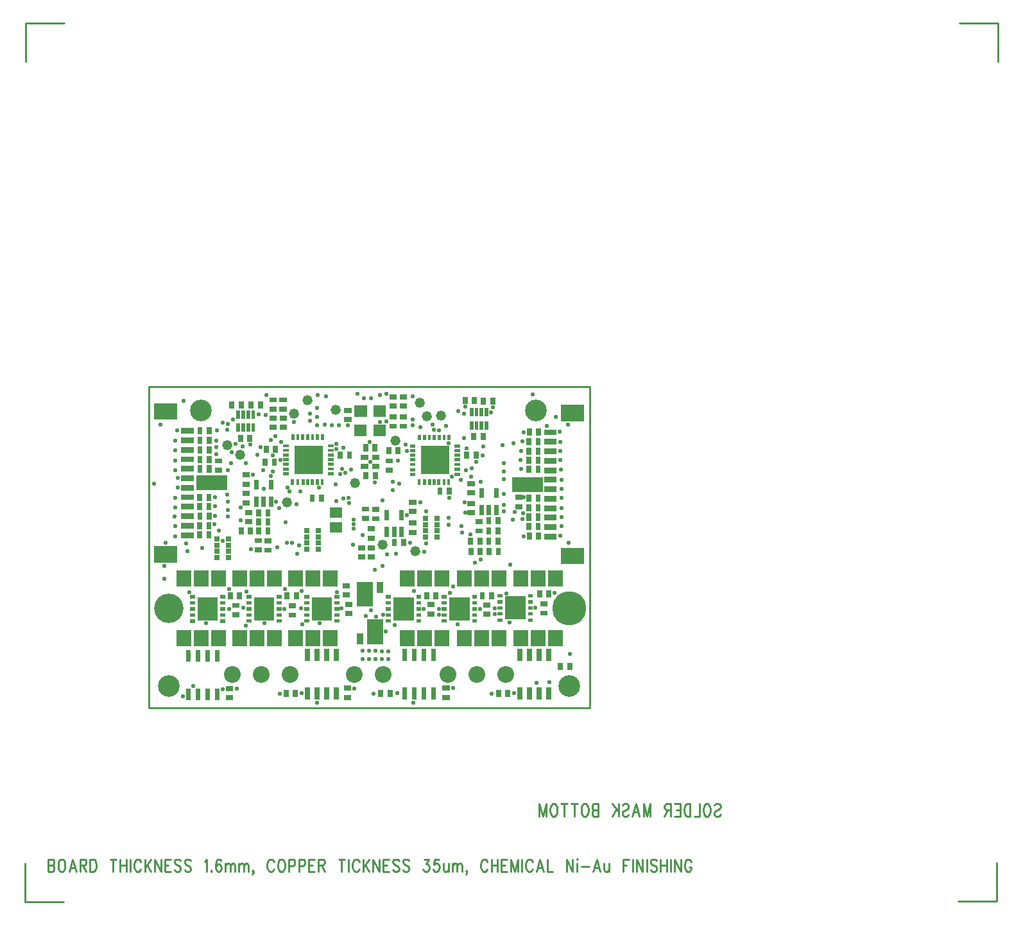
<source format=gbr>
*
*
G04 PADS Layout (Build Number 2007.21.1) generated Gerber (RS-274-X) file*
G04 PC Version=2.1*
*
%IN "2FOC-001.pcb"*%
*
%MOIN*%
*
%FSLAX35Y35*%
*
*
*
*
G04 PC Standard Apertures*
*
*
G04 Thermal Relief Aperture macro.*
%AMTER*
1,1,$1,0,0*
1,0,$1-$2,0,0*
21,0,$3,$4,0,0,45*
21,0,$3,$4,0,0,135*
%
*
*
G04 Annular Aperture macro.*
%AMANN*
1,1,$1,0,0*
1,0,$2,0,0*
%
*
*
G04 Odd Aperture macro.*
%AMODD*
1,1,$1,0,0*
1,0,$1-0.005,0,0*
%
*
*
G04 PC Custom Aperture Macros*
*
*
*
*
*
*
G04 PC Aperture Table*
*
%ADD010C,0.01*%
%ADD050R,0.026X0.026*%
%ADD058C,0.112*%
%ADD059C,0.177*%
%ADD060R,0.054X0.054*%
%ADD061R,0.077X0.077*%
%ADD062C,0.087*%
%ADD066R,0.027X0.027*%
%ADD069R,0.078X0.078*%
%ADD070C,0.001*%
%ADD103C,0.152*%
%ADD104R,0.02956X0.02956*%
%ADD105R,0.08468X0.08468*%
%ADD108R,0.01775X0.01775*%
%ADD109R,0.10436X0.10436*%
%ADD111R,0.08192X0.08192*%
%ADD112R,0.03192X0.03192*%
%ADD114C,0.02169*%
%ADD115R,0.02562X0.02562*%
%ADD116R,0.01578X0.01578*%
%ADD117R,0.14767X0.14767*%
%ADD118R,0.06106X0.06106*%
%ADD119R,0.019X0.019*%
%ADD120R,0.023X0.023*%
%ADD121C,0.052*%
*
*
*
*
G04 PC Circuitry*
G04 Layer Name 2FOC-001.pcb - circuitry*
%LPD*%
*
*
G04 PC Custom Flashes*
G04 Layer Name 2FOC-001.pcb - flashes*
%LPD*%
*
*
G04 PC Circuitry*
G04 Layer Name 2FOC-001.pcb - circuitry*
%LPD*%
*
G54D10*
G01X518633Y406524D02*
X519087Y407149D01*
X519769Y407462*
X520678*
X521360Y407149*
X521815Y406524*
Y405899*
X521587Y405274*
X521360Y404962*
X520905Y404649*
X519542Y404024*
X519087Y403712*
X518860Y403399*
X518633Y402774*
Y401837*
X519087Y401212*
X519769Y400899*
X520678*
X521360Y401212*
X521815Y401837*
X515224Y407462D02*
X515678Y407149D01*
X516133Y406524*
X516360Y405899*
X516587Y404962*
Y403399*
X516360Y402462*
X516133Y401837*
X515678Y401212*
X515224Y400899*
X514315*
X513860Y401212*
X513405Y401837*
X513178Y402462*
X512951Y403399*
Y404962*
X513178Y405899*
X513405Y406524*
X513860Y407149*
X514315Y407462*
X515224*
X510905D02*
Y400899D01*
X508178*
X506133Y407462D02*
Y400899D01*
Y407462D02*
X504542D01*
X503860Y407149*
X503405Y406524*
X503178Y405899*
X502951Y404962*
Y403399*
X503178Y402462*
X503405Y401837*
X503860Y401212*
X504542Y400899*
X506133*
X500905Y407462D02*
Y400899D01*
Y407462D02*
X497951D01*
X500905Y404337D02*
X499087D01*
X500905Y400899D02*
X497951D01*
X495905Y407462D02*
Y400899D01*
Y407462D02*
X493860D01*
X493178Y407149*
X492951Y406837*
X492724Y406212*
Y405587*
X492951Y404962*
X493178Y404649*
X493860Y404337*
X495905*
X494315D02*
X492724Y400899D01*
X485451Y407462D02*
Y400899D01*
Y407462D02*
X483633Y400899D01*
X481815Y407462D02*
X483633Y400899D01*
X481815Y407462D02*
Y400899D01*
X477951Y407462D02*
X479769Y400899D01*
X477951Y407462D02*
X476133Y400899D01*
X479087Y403087D02*
X476815D01*
X470905Y406524D02*
X471360Y407149D01*
X472042Y407462*
X472951*
X473633Y407149*
X474087Y406524*
Y405899*
X473860Y405274*
X473633Y404962*
X473178Y404649*
X471815Y404024*
X471360Y403712*
X471133Y403399*
X470905Y402774*
Y401837*
X471360Y401212*
X472042Y400899*
X472951*
X473633Y401212*
X474087Y401837*
X468860Y407462D02*
Y400899D01*
X465678Y407462D02*
X468860Y403087D01*
X467724Y404649D02*
X465678Y400899D01*
X458405Y407462D02*
Y400899D01*
Y407462D02*
X456360D01*
X455678Y407149*
X455451Y406837*
X455224Y406212*
Y405587*
X455451Y404962*
X455678Y404649*
X456360Y404337*
X458405D02*
X456360D01*
X455678Y404024*
X455451Y403712*
X455224Y403087*
Y402149*
X455451Y401524*
X455678Y401212*
X456360Y400899*
X458405*
X451815Y407462D02*
X452269Y407149D01*
X452724Y406524*
X452951Y405899*
X453178Y404962*
Y403399*
X452951Y402462*
X452724Y401837*
X452269Y401212*
X451815Y400899*
X450905*
X450451Y401212*
X449996Y401837*
X449769Y402462*
X449542Y403399*
Y404962*
X449769Y405899*
X449996Y406524*
X450451Y407149*
X450905Y407462*
X451815*
X445905D02*
Y400899D01*
X447496Y407462D02*
X444315D01*
X440678D02*
Y400899D01*
X442269Y407462D02*
X439087D01*
X435678D02*
X436133Y407149D01*
X436587Y406524*
X436815Y405899*
X437042Y404962*
Y403399*
X436815Y402462*
X436587Y401837*
X436133Y401212*
X435678Y400899*
X434769*
X434315Y401212*
X433860Y401837*
X433633Y402462*
X433405Y403399*
Y404962*
X433633Y405899*
X433860Y406524*
X434315Y407149*
X434769Y407462*
X435678*
X431360D02*
Y400899D01*
Y407462D02*
X429542Y400899D01*
X427724Y407462D02*
X429542Y400899D01*
X427724Y407462D02*
Y400899D01*
X172602Y378722D02*
Y372159D01*
Y378722D02*
X174647D01*
X175329Y378409*
X175557Y378097*
X175784Y377472*
Y376847*
X175557Y376222*
X175329Y375909*
X174647Y375597*
X172602D02*
X174647D01*
X175329Y375284*
X175557Y374972*
X175784Y374347*
Y373409*
X175557Y372784*
X175329Y372472*
X174647Y372159*
X172602*
X179193Y378722D02*
X178738Y378409D01*
X178284Y377784*
X178057Y377159*
X177829Y376222*
Y374659*
X178057Y373722*
X178284Y373097*
X178738Y372472*
X179193Y372159*
X180102*
X180557Y372472*
X181011Y373097*
X181238Y373722*
X181466Y374659*
Y376222*
X181238Y377159*
X181011Y377784*
X180557Y378409*
X180102Y378722*
X179193*
X185329D02*
X183511Y372159D01*
X185329Y378722D02*
X187147Y372159D01*
X184193Y374347D02*
X186466D01*
X189193Y378722D02*
Y372159D01*
Y378722D02*
X191238D01*
X191920Y378409*
X192147Y378097*
X192375Y377472*
Y376847*
X192147Y376222*
X191920Y375909*
X191238Y375597*
X189193*
X190784D02*
X192375Y372159D01*
X194420Y378722D02*
Y372159D01*
Y378722D02*
X196011D01*
X196693Y378409*
X197147Y377784*
X197375Y377159*
X197602Y376222*
Y374659*
X197375Y373722*
X197147Y373097*
X196693Y372472*
X196011Y372159*
X194420*
X206466Y378722D02*
Y372159D01*
X204875Y378722D02*
X208057D01*
X210102D02*
Y372159D01*
X213284Y378722D02*
Y372159D01*
X210102Y375597D02*
X213284D01*
X215329Y378722D02*
Y372159D01*
X220784Y377159D02*
X220557Y377784D01*
X220102Y378409*
X219647Y378722*
X218738*
X218284Y378409*
X217829Y377784*
X217602Y377159*
X217375Y376222*
Y374659*
X217602Y373722*
X217829Y373097*
X218284Y372472*
X218738Y372159*
X219647*
X220102Y372472*
X220557Y373097*
X220784Y373722*
X222829Y378722D02*
Y372159D01*
X226011Y378722D02*
X222829Y374347D01*
X223966Y375909D02*
X226011Y372159D01*
X228057Y378722D02*
Y372159D01*
Y378722D02*
X231238Y372159D01*
Y378722D02*
Y372159D01*
X233284Y378722D02*
Y372159D01*
Y378722D02*
X236238D01*
X233284Y375597D02*
X235102D01*
X233284Y372159D02*
X236238D01*
X241466Y377784D02*
X241011Y378409D01*
X240329Y378722*
X239420*
X238738Y378409*
X238284Y377784*
Y377159*
X238511Y376534*
X238738Y376222*
X239193Y375909*
X240557Y375284*
X241011Y374972*
X241238Y374659*
X241466Y374034*
Y373097*
X241011Y372472*
X240329Y372159*
X239420*
X238738Y372472*
X238284Y373097*
X246693Y377784D02*
X246238Y378409D01*
X245557Y378722*
X244647*
X243966Y378409*
X243511Y377784*
Y377159*
X243738Y376534*
X243966Y376222*
X244420Y375909*
X245784Y375284*
X246238Y374972*
X246466Y374659*
X246693Y374034*
Y373097*
X246238Y372472*
X245557Y372159*
X244647*
X243966Y372472*
X243511Y373097*
X253966Y377472D02*
X254420Y377784D01*
X255102Y378722*
Y372159*
X257375Y372784D02*
X257147Y372472D01*
X257375Y372159*
X257602Y372472*
X257375Y372784*
X262375Y377784D02*
X262147Y378409D01*
X261466Y378722*
X261011*
X260329Y378409*
X259875Y377472*
X259647Y375909*
Y374347*
X259875Y373097*
X260329Y372472*
X261011Y372159*
X261238*
X261920Y372472*
X262375Y373097*
X262602Y374034*
Y374347*
X262375Y375284*
X261920Y375909*
X261238Y376222*
X261011*
X260329Y375909*
X259875Y375284*
X259647Y374347*
X264647Y376534D02*
Y372159D01*
Y375284D02*
X265329Y376222D01*
X265784Y376534*
X266466*
X266920Y376222*
X267147Y375284*
Y372159*
Y375284D02*
X267829Y376222D01*
X268284Y376534*
X268966*
X269420Y376222*
X269647Y375284*
Y372159*
X271693Y376534D02*
Y372159D01*
Y375284D02*
X272375Y376222D01*
X272829Y376534*
X273511*
X273966Y376222*
X274193Y375284*
Y372159*
Y375284D02*
X274875Y376222D01*
X275329Y376534*
X276011*
X276466Y376222*
X276693Y375284*
Y372159*
X279193Y372472D02*
X278966Y372159D01*
X278738Y372472*
X278966Y372784*
X279193Y372472*
Y371847*
X278966Y371222*
X278738Y370909*
X289875Y377159D02*
X289647Y377784D01*
X289193Y378409*
X288738Y378722*
X287829*
X287375Y378409*
X286920Y377784*
X286693Y377159*
X286466Y376222*
Y374659*
X286693Y373722*
X286920Y373097*
X287375Y372472*
X287829Y372159*
X288738*
X289193Y372472*
X289647Y373097*
X289875Y373722*
X293284Y378722D02*
X292829Y378409D01*
X292375Y377784*
X292147Y377159*
X291920Y376222*
Y374659*
X292147Y373722*
X292375Y373097*
X292829Y372472*
X293284Y372159*
X294193*
X294647Y372472*
X295102Y373097*
X295329Y373722*
X295557Y374659*
Y376222*
X295329Y377159*
X295102Y377784*
X294647Y378409*
X294193Y378722*
X293284*
X297602D02*
Y372159D01*
Y378722D02*
X299647D01*
X300329Y378409*
X300557Y378097*
X300784Y377472*
Y376534*
X300557Y375909*
X300329Y375597*
X299647Y375284*
X297602*
X302829Y378722D02*
Y372159D01*
Y378722D02*
X304875D01*
X305557Y378409*
X305784Y378097*
X306011Y377472*
Y376534*
X305784Y375909*
X305557Y375597*
X304875Y375284*
X302829*
X308057Y378722D02*
Y372159D01*
Y378722D02*
X311011D01*
X308057Y375597D02*
X309875D01*
X308057Y372159D02*
X311011D01*
X313057Y378722D02*
Y372159D01*
Y378722D02*
X315102D01*
X315784Y378409*
X316011Y378097*
X316238Y377472*
Y376847*
X316011Y376222*
X315784Y375909*
X315102Y375597*
X313057*
X314647D02*
X316238Y372159D01*
X325102Y378722D02*
Y372159D01*
X323511Y378722D02*
X326693D01*
X328738D02*
Y372159D01*
X334193Y377159D02*
X333966Y377784D01*
X333511Y378409*
X333057Y378722*
X332147*
X331693Y378409*
X331238Y377784*
X331011Y377159*
X330784Y376222*
Y374659*
X331011Y373722*
X331238Y373097*
X331693Y372472*
X332147Y372159*
X333057*
X333511Y372472*
X333966Y373097*
X334193Y373722*
X336238Y378722D02*
Y372159D01*
X339420Y378722D02*
X336238Y374347D01*
X337375Y375909D02*
X339420Y372159D01*
X341466Y378722D02*
Y372159D01*
Y378722D02*
X344647Y372159D01*
Y378722D02*
Y372159D01*
X346693Y378722D02*
Y372159D01*
Y378722D02*
X349647D01*
X346693Y375597D02*
X348511D01*
X346693Y372159D02*
X349647D01*
X354875Y377784D02*
X354420Y378409D01*
X353738Y378722*
X352829*
X352147Y378409*
X351693Y377784*
Y377159*
X351920Y376534*
X352147Y376222*
X352602Y375909*
X353966Y375284*
X354420Y374972*
X354647Y374659*
X354875Y374034*
Y373097*
X354420Y372472*
X353738Y372159*
X352829*
X352147Y372472*
X351693Y373097*
X360102Y377784D02*
X359647Y378409D01*
X358966Y378722*
X358057*
X357375Y378409*
X356920Y377784*
Y377159*
X357147Y376534*
X357375Y376222*
X357829Y375909*
X359193Y375284*
X359647Y374972*
X359875Y374659*
X360102Y374034*
Y373097*
X359647Y372472*
X358966Y372159*
X358057*
X357375Y372472*
X356920Y373097*
X367829Y378722D02*
X370329D01*
X368966Y376222*
X369647*
X370102Y375909*
X370329Y375597*
X370557Y374659*
Y374034*
X370329Y373097*
X369875Y372472*
X369193Y372159*
X368511*
X367829Y372472*
X367602Y372784*
X367375Y373409*
X375557Y378722D02*
X373284D01*
X373057Y375909*
X373284Y376222*
X373966Y376534*
X374647*
X375329Y376222*
X375784Y375597*
X376011Y374659*
X375784Y374034*
X375557Y373097*
X375102Y372472*
X374420Y372159*
X373738*
X373057Y372472*
X372829Y372784*
X372602Y373409*
X378057Y376534D02*
Y373409D01*
X378284Y372472*
X378738Y372159*
X379420*
X379875Y372472*
X380557Y373409*
Y376534D02*
Y372159D01*
X382602Y376534D02*
Y372159D01*
Y375284D02*
X383284Y376222D01*
X383738Y376534*
X384420*
X384875Y376222*
X385102Y375284*
Y372159*
Y375284D02*
X385784Y376222D01*
X386238Y376534*
X386920*
X387375Y376222*
X387602Y375284*
Y372159*
X390102Y372472D02*
X389875Y372159D01*
X389647Y372472*
X389875Y372784*
X390102Y372472*
Y371847*
X389875Y371222*
X389647Y370909*
X400784Y377159D02*
X400557Y377784D01*
X400102Y378409*
X399647Y378722*
X398738*
X398284Y378409*
X397829Y377784*
X397602Y377159*
X397375Y376222*
Y374659*
X397602Y373722*
X397829Y373097*
X398284Y372472*
X398738Y372159*
X399647*
X400102Y372472*
X400557Y373097*
X400784Y373722*
X402829Y378722D02*
Y372159D01*
X406011Y378722D02*
Y372159D01*
X402829Y375597D02*
X406011D01*
X408057Y378722D02*
Y372159D01*
Y378722D02*
X411011D01*
X408057Y375597D02*
X409875D01*
X408057Y372159D02*
X411011D01*
X413057Y378722D02*
Y372159D01*
Y378722D02*
X414875Y372159D01*
X416693Y378722D02*
X414875Y372159D01*
X416693Y378722D02*
Y372159D01*
X418738Y378722D02*
Y372159D01*
X424193Y377159D02*
X423966Y377784D01*
X423511Y378409*
X423057Y378722*
X422147*
X421693Y378409*
X421238Y377784*
X421011Y377159*
X420784Y376222*
Y374659*
X421011Y373722*
X421238Y373097*
X421693Y372472*
X422147Y372159*
X423057*
X423511Y372472*
X423966Y373097*
X424193Y373722*
X428057Y378722D02*
X426238Y372159D01*
X428057Y378722D02*
X429875Y372159D01*
X426920Y374347D02*
X429193D01*
X431920Y378722D02*
Y372159D01*
X434647*
X441920Y378722D02*
Y372159D01*
Y378722D02*
X445102Y372159D01*
Y378722D02*
Y372159D01*
X447147Y378722D02*
X447375Y378409D01*
X447602Y378722*
X447375Y379034*
X447147Y378722*
X447375Y376534D02*
Y372159D01*
X449647Y374972D02*
X453738D01*
X457602Y378722D02*
X455784Y372159D01*
X457602Y378722D02*
X459420Y372159D01*
X456466Y374347D02*
X458738D01*
X461466Y376534D02*
Y373409D01*
X461693Y372472*
X462147Y372159*
X462829*
X463284Y372472*
X463966Y373409*
Y376534D02*
Y372159D01*
X471238Y378722D02*
Y372159D01*
Y378722D02*
X474193D01*
X471238Y375597D02*
X473057D01*
X476238Y378722D02*
Y372159D01*
X478284Y378722D02*
Y372159D01*
Y378722D02*
X481466Y372159D01*
Y378722D02*
Y372159D01*
X483511Y378722D02*
Y372159D01*
X488738Y377784D02*
X488284Y378409D01*
X487602Y378722*
X486693*
X486011Y378409*
X485557Y377784*
Y377159*
X485784Y376534*
X486011Y376222*
X486466Y375909*
X487829Y375284*
X488284Y374972*
X488511Y374659*
X488738Y374034*
Y373097*
X488284Y372472*
X487602Y372159*
X486693*
X486011Y372472*
X485557Y373097*
X490784Y378722D02*
Y372159D01*
X493966Y378722D02*
Y372159D01*
X490784Y375597D02*
X493966D01*
X496011Y378722D02*
Y372159D01*
X498057Y378722D02*
Y372159D01*
Y378722D02*
X501238Y372159D01*
Y378722D02*
Y372159D01*
X506693Y377159D02*
X506466Y377784D01*
X506011Y378409*
X505557Y378722*
X504647*
X504193Y378409*
X503738Y377784*
X503511Y377159*
X503284Y376222*
Y374659*
X503511Y373722*
X503738Y373097*
X504193Y372472*
X504647Y372159*
X505557*
X506011Y372472*
X506466Y373097*
X506693Y373722*
Y374659*
X505557D02*
X506693D01*
X224988Y457218D02*
X454098D01*
Y623931*
X224988*
Y457218*
X180870Y812710D02*
X160870D01*
Y792710*
X160791Y376490D02*
Y356490D01*
X180791*
X645437Y356805D02*
X665437D01*
Y376805*
X665909Y792631D02*
Y812631D01*
X645909*
G54D50*
X272061Y515945D02*
Y514845D01*
X267261Y515945D02*
Y514845D01*
X402955Y516016D02*
Y514916D01*
X398155Y516016D02*
Y514916D01*
X432679Y516804D02*
Y515704D01*
X427879Y516804D02*
Y515704D01*
X374061Y515945D02*
Y514845D01*
X369261Y515945D02*
Y514845D01*
X301561Y515945D02*
Y514845D01*
X296761Y515945D02*
Y514845D01*
X326973Y520622D02*
X328073D01*
X326973Y515822D02*
X328073D01*
X370871Y510780D02*
X371971D01*
X370871Y505980D02*
X371971D01*
X399808Y510583D02*
X400908D01*
X399808Y505783D02*
X400908D01*
X429532Y511173D02*
X430632D01*
X429532Y506373D02*
X430632D01*
X269493Y510386D02*
X270593D01*
X269493Y505586D02*
X270593D01*
X298824Y510189D02*
X299924D01*
X298824Y505389D02*
X299924D01*
X328351Y510976D02*
X329451D01*
X328351Y506176D02*
X329451D01*
X296186Y464129D02*
Y465229D01*
X300986Y464129D02*
Y465229D01*
X345399Y464129D02*
Y465229D01*
X350199Y464129D02*
Y465229D01*
X406619Y464129D02*
Y465229D01*
X411419Y464129D02*
Y465229D01*
X438706Y478302D02*
Y479402D01*
X443506Y478302D02*
Y479402D01*
X379845Y462672D02*
X378745D01*
X379845Y467472D02*
X378745D01*
X267246Y462476D02*
X266146D01*
X267246Y467276D02*
X266146D01*
X328664Y462672D02*
X327564D01*
X328664Y467472D02*
X327564D01*
X278076Y613932D02*
Y615032D01*
X282876Y613932D02*
Y615032D01*
X272837D02*
Y613932D01*
X268037Y615032D02*
Y613932D01*
X398745Y615900D02*
Y617000D01*
X403545Y615900D02*
Y617000D01*
X394096Y617197D02*
Y616097D01*
X389296Y617197D02*
Y616097D01*
X328861Y606767D02*
X327761D01*
X328861Y611567D02*
X327761D01*
X277435Y597626D02*
Y596526D01*
X272635Y597626D02*
Y596526D01*
X398561Y598701D02*
Y597601D01*
X393761Y598701D02*
Y597601D01*
X342328Y587354D02*
X343428D01*
X342328Y582554D02*
X343428D01*
X329136Y589048D02*
Y587948D01*
X324336Y589048D02*
Y587948D01*
X285359Y584207D02*
Y585307D01*
X290159Y584207D02*
Y585307D01*
X342325Y592788D02*
Y591688D01*
X337525Y592788D02*
Y591688D01*
X342522Y578221D02*
Y577121D01*
X337722Y578221D02*
Y577121D01*
X336422Y587354D02*
X337522D01*
X336422Y582554D02*
X337522D01*
X314569Y566607D02*
Y565507D01*
X309769Y566607D02*
Y565507D01*
X380907Y570347D02*
Y569247D01*
X376107Y570347D02*
Y569247D01*
X394884Y588851D02*
Y587751D01*
X390084Y588851D02*
Y587751D01*
X350317Y580586D02*
X349217D01*
X350317Y585386D02*
X349217D01*
X256104Y567000D02*
Y565900D01*
X251304Y567000D02*
Y565900D01*
X256104Y562276D02*
Y561176D01*
X251304Y562276D02*
Y561176D01*
X256301Y557355D02*
Y556255D01*
X251501Y557355D02*
Y556255D01*
X256104Y552237D02*
Y551137D01*
X251304Y552237D02*
Y551137D01*
X256301Y581764D02*
Y580664D01*
X251501Y581764D02*
Y580664D01*
X256301Y586685D02*
Y585585D01*
X251501Y586685D02*
Y585585D01*
X256301Y591607D02*
Y590507D01*
X251501Y591607D02*
Y590507D01*
X256301Y596528D02*
Y595428D01*
X251501Y596528D02*
Y595428D01*
X422367Y594837D02*
Y595937D01*
X427167Y594837D02*
Y595937D01*
X422367Y580467D02*
Y581567D01*
X427167Y580467D02*
Y581567D01*
X422367Y585192D02*
Y586292D01*
X427167Y585192D02*
Y586292D01*
X422367Y565507D02*
Y566607D01*
X427167Y565507D02*
Y566607D01*
X422367Y560585D02*
Y561685D01*
X427167Y560585D02*
Y561685D01*
X422367Y555664D02*
Y556764D01*
X427167Y555664D02*
Y556764D01*
X422367Y550743D02*
Y551843D01*
X427167Y550743D02*
Y551843D01*
X422367Y589916D02*
Y591016D01*
X427167Y589916D02*
Y591016D01*
X285950Y590900D02*
Y592000D01*
X290750Y590900D02*
Y592000D01*
X349533Y590113D02*
Y591213D01*
X354333Y590113D02*
Y591213D01*
X401501Y543066D02*
Y544166D01*
X406301Y543066D02*
Y544166D01*
X342328Y560189D02*
X343428D01*
X342328Y555389D02*
X343428D01*
X357285Y543575D02*
Y542475D01*
X352485Y543575D02*
Y542475D01*
X282013Y548381D02*
Y549481D01*
X286813Y548381D02*
Y549481D01*
X287325Y539050D02*
X286225D01*
X287325Y543850D02*
X286225D01*
X286813Y554205D02*
Y553105D01*
X282013Y554205D02*
Y553105D01*
X286813Y558930D02*
Y557830D01*
X282013Y558930D02*
Y557830D01*
X282404Y539247D02*
X281304D01*
X282404Y544047D02*
X281304D01*
X277286Y553814D02*
X276186D01*
X277286Y558614D02*
X276186D01*
X275908Y573302D02*
X274808D01*
X275908Y578102D02*
X274808D01*
X295396Y602830D02*
X294296D01*
X295396Y607630D02*
X294296D01*
X295199Y612279D02*
X294099D01*
X295199Y617079D02*
X294099D01*
X290081Y602830D02*
X288981D01*
X290081Y607630D02*
X288981D01*
X290081Y612279D02*
X288981D01*
X290081Y617079D02*
X288981D01*
X352286Y603420D02*
X351186D01*
X352286Y608220D02*
X351186D01*
X352483Y613854D02*
X351383D01*
X352483Y618654D02*
X351383D01*
X357798Y603420D02*
X356698D01*
X357798Y608220D02*
X356698D01*
X357798Y613854D02*
X356698D01*
X357798Y618654D02*
X356698D01*
X401698Y537948D02*
Y539048D01*
X406498Y537948D02*
Y539048D01*
X406301Y549481D02*
Y548381D01*
X401501Y549481D02*
Y548381D01*
X406301Y554993D02*
Y553893D01*
X401501Y554993D02*
Y553893D01*
X392249Y537948D02*
Y539048D01*
X397049Y537948D02*
Y539048D01*
X397168Y549090D02*
X396068D01*
X397168Y553890D02*
X396068D01*
X392837Y568775D02*
X391737D01*
X392837Y573575D02*
X391737D01*
X361422Y553102D02*
X362522D01*
X361422Y548302D02*
X362522D01*
X361422Y563929D02*
X362522D01*
X361422Y559129D02*
X362522D01*
X340869Y545350D02*
X339769D01*
X340869Y550150D02*
X339769D01*
X337916Y555586D02*
X336816D01*
X337916Y560386D02*
X336816D01*
X341065Y535507D02*
X339965D01*
X341065Y540307D02*
X339965D01*
X335947Y535507D02*
X334847D01*
X335947Y540307D02*
X334847D01*
X392837Y558539D02*
X391737D01*
X392837Y563339D02*
X391737D01*
X276105Y563657D02*
X275005D01*
X276105Y568457D02*
X275005D01*
X251501Y600546D02*
Y601646D01*
X256301Y600546D02*
Y601646D01*
X427364Y546922D02*
Y545822D01*
X422564Y546922D02*
Y545822D01*
X251304Y546412D02*
Y547512D01*
X256104Y546412D02*
Y547512D01*
X427364Y600859D02*
Y599759D01*
X422564Y600859D02*
Y599759D01*
X272958Y548381D02*
Y549481D01*
X277758Y548381D02*
Y549481D01*
X392052Y543066D02*
Y544166D01*
X396852Y543066D02*
Y544166D01*
X261735Y580586D02*
X260635D01*
X261735Y585386D02*
X260635D01*
X416540Y566488D02*
X417640D01*
X416540Y561688D02*
X417640D01*
G54D58*
X251933Y611395D03*
X425948D03*
X235161Y468395D03*
X443161D03*
G54D59*
Y508895D03*
G54D60*
X322608Y550839D02*
X321808D01*
X322608Y558439D02*
X321808D01*
G54D61*
X243161Y492945D02*
Y493845D01*
X252161Y492945D02*
Y493845D01*
X261161Y492945D02*
Y493845D01*
X272161Y492945D02*
Y493845D01*
X281161Y492945D02*
Y493845D01*
X290161Y492945D02*
Y493845D01*
X301161Y492945D02*
Y493845D01*
X310161Y492945D02*
Y493845D01*
X319161Y492945D02*
Y493845D01*
X261161Y524845D02*
Y523945D01*
X252161Y524845D02*
Y523945D01*
X243161Y524845D02*
Y523945D01*
X290161Y524845D02*
Y523945D01*
X281161Y524845D02*
Y523945D01*
X272161Y524845D02*
Y523945D01*
X319161Y524845D02*
Y523945D01*
X310161Y524845D02*
Y523945D01*
X301161Y524845D02*
Y523945D01*
X359161Y492945D02*
Y493845D01*
X368161Y492945D02*
Y493845D01*
X377161Y492945D02*
Y493845D01*
X388661Y492945D02*
Y493845D01*
X397661Y492945D02*
Y493845D01*
X406661Y492945D02*
Y493845D01*
X418161Y492945D02*
Y493845D01*
X427161Y492945D02*
Y493845D01*
X436161Y492945D02*
Y493845D01*
X377161Y524845D02*
Y523945D01*
X368161Y524845D02*
Y523945D01*
X359161Y524845D02*
Y523945D01*
X406661Y524845D02*
Y523945D01*
X397661Y524845D02*
Y523945D01*
X388661Y524845D02*
Y523945D01*
X436161Y524845D02*
Y523945D01*
X427161Y524845D02*
Y523945D01*
X418161Y524845D02*
Y523945D01*
G54D62*
X331661Y474395D03*
X346661D03*
X268161D03*
X283161D03*
X298161D03*
X380161D03*
X395161D03*
X410161D03*
G54D66*
X266303Y544821D03*
Y541671D03*
Y538521D03*
Y535371D03*
X260303D03*
Y538521D03*
Y541671D03*
Y544821D03*
X313004Y549128D03*
Y545978D03*
Y542828D03*
Y539678D03*
X307004D03*
Y542828D03*
Y545978D03*
Y549128D03*
X368618Y545977D03*
Y549127D03*
Y552277D03*
Y555427D03*
X374618D03*
Y552277D03*
Y549127D03*
Y545977D03*
G54D69*
X253441Y574128D02*
X261841D01*
X425818Y573143D02*
X417418D01*
G54D70*
G54D103*
X235161Y508895D03*
G54D104*
X243271Y546864D02*
X246815D01*
X243271Y551785D02*
X246815D01*
X243271Y556706D02*
X246815D01*
X243271Y561628D02*
X246815D01*
X243271Y566549D02*
X246815D01*
X243271Y571470D02*
X246815D01*
X243271Y576391D02*
X246815D01*
X243271Y581313D02*
X246815D01*
X243271Y586234D02*
X246815D01*
X243271Y591155D02*
X246815D01*
X243271Y596076D02*
X246815D01*
X243271Y600998D02*
X246815D01*
X435200Y600210D02*
X431657D01*
X435200Y595289D02*
X431657D01*
X435200Y590368D02*
X431657D01*
X435200Y585446D02*
X431657D01*
X435200Y580525D02*
X431657D01*
X435200Y575604D02*
X431657D01*
X435200Y570683D02*
X431657D01*
X435200Y565761D02*
X431657D01*
X435200Y560840D02*
X431657D01*
X435200Y555919D02*
X431657D01*
X435200Y550998D02*
X431657D01*
X435200Y546076D02*
X431657D01*
G54D105*
X231854Y611037D02*
X235397D01*
X231854Y536824D02*
X235397D01*
X446618Y536037D02*
X443074D01*
X446618Y610250D02*
X443074D01*
G54D108*
X263744Y514876D02*
X262956D01*
X263744Y511726D02*
X262956D01*
X263744Y508576D02*
X262956D01*
X263744Y505427D02*
X262956D01*
X263744Y502277D02*
X262956D01*
X247996D02*
X247208D01*
X247996Y505427D02*
X247208D01*
X247996Y508576D02*
X247208D01*
X247996Y511726D02*
X247208D01*
X247996Y514876D02*
X247208D01*
X293055Y514895D02*
X292267D01*
X293055Y511746D02*
X292267D01*
X293055Y508596D02*
X292267D01*
X293055Y505446D02*
X292267D01*
X293055Y502297D02*
X292267D01*
X277307D02*
X276519D01*
X277307Y505446D02*
X276519D01*
X277307Y508596D02*
X276519D01*
X277307Y511746D02*
X276519D01*
X277307Y514895D02*
X276519D01*
X323055D02*
X322267D01*
X323055Y511746D02*
X322267D01*
X323055Y508596D02*
X322267D01*
X323055Y505446D02*
X322267D01*
X323055Y502297D02*
X322267D01*
X307307D02*
X306519D01*
X307307Y505446D02*
X306519D01*
X307307Y508596D02*
X306519D01*
X307307Y511746D02*
X306519D01*
X307307Y514895D02*
X306519D01*
X365555D02*
X364767D01*
X365555Y511746D02*
X364767D01*
X365555Y508596D02*
X364767D01*
X365555Y505446D02*
X364767D01*
X365555Y502297D02*
X364767D01*
X349807D02*
X349019D01*
X349807Y505446D02*
X349019D01*
X349807Y508596D02*
X349019D01*
X349807Y511746D02*
X349019D01*
X349807Y514895D02*
X349019D01*
X394555D02*
X393767D01*
X394555Y511746D02*
X393767D01*
X394555Y508596D02*
X393767D01*
X394555Y505446D02*
X393767D01*
X394555Y502297D02*
X393767D01*
X378807D02*
X378019D01*
X378807Y505446D02*
X378019D01*
X378807Y508596D02*
X378019D01*
X378807Y511746D02*
X378019D01*
X378807Y514895D02*
X378019D01*
X423555Y515395D02*
X422767D01*
X423555Y512246D02*
X422767D01*
X423555Y509096D02*
X422767D01*
X423555Y505946D02*
X422767D01*
X423555Y502797D02*
X422767D01*
X407807D02*
X407019D01*
X407807Y505946D02*
X407019D01*
X407807Y509096D02*
X407019D01*
X407807Y512246D02*
X407019D01*
X407807Y515395D02*
X407019D01*
G54D109*
X255476Y509364D02*
Y507789D01*
X284787Y509383D02*
Y507809D01*
X314787Y509383D02*
Y507809D01*
X357287Y509383D02*
Y507809D01*
X386287Y509383D02*
Y507809D01*
X415287Y509883D02*
Y508309D01*
G54D111*
X342397Y494446D02*
Y498974D01*
X337193Y513844D02*
Y518372D01*
G54D112*
X334700Y491927D02*
Y494446D01*
X344893Y518368D02*
Y520887D01*
G54D114*
X242484Y463104D03*
X247996Y468419D03*
X263350Y467041D03*
X270633Y467238D03*
X304295Y464876D03*
X292878Y464679D03*
X312366Y459757D03*
X331657Y467238D03*
X341696Y464482D03*
X354098Y464876D03*
X362366Y459954D03*
X382838Y467435D03*
X402917Y464679D03*
X414728Y464876D03*
X426145Y470191D03*
X433035Y470584D03*
X346027Y486529D03*
X342484Y486726D03*
X339137D03*
X335988D03*
Y482395D03*
X339137D03*
X342484D03*
X346027D03*
X347996Y496962D03*
X349374Y486529D03*
Y482395D03*
X443665Y485151D03*
X245830Y517238D03*
X254689Y501096D03*
X266500Y508576D03*
X275358Y499915D03*
X273980Y509364D03*
X284807Y501096D03*
X275555Y517435D03*
X304492Y500506D03*
X303901Y508773D03*
X304295Y517828D03*
X295437Y508576D03*
X313744Y501096D03*
X324964Y508773D03*
X322602Y517238D03*
X337563Y504836D03*
X342878Y504639D03*
X340319Y507986D03*
X346618Y505624D03*
X352720Y500112D03*
X362563Y517828D03*
X385397Y500506D03*
X375752Y508576D03*
Y505427D03*
X367681Y508576D03*
X381460Y517041D03*
X396815Y508576D03*
X404689Y505820D03*
Y508970D03*
X412169Y501490D03*
X410594Y516647D03*
X425752Y509167D03*
X435594Y517041D03*
X232838Y524324D03*
Y530820D03*
X266696Y519009D03*
X301933Y537120D03*
X295633Y518813D03*
X342287Y528852D03*
X346421Y530820D03*
X348586Y536923D03*
X353311Y537120D03*
X367878Y538104D03*
X383035Y520191D03*
X394452Y532395D03*
X397405Y534364D03*
X412759Y531411D03*
X244256Y542631D03*
X245043Y538498D03*
X238547Y551490D03*
X233626Y543025D03*
X238350Y556608D03*
X238547Y546372D03*
X252720Y540269D03*
X259019Y552474D03*
X259216Y556805D03*
X261185Y549324D03*
X263350Y544009D03*
X266106Y556608D03*
X272799Y554639D03*
X277917Y539482D03*
X291500Y540663D03*
X302917Y541647D03*
X299177Y542828D03*
X296027Y553458D03*
X296618Y543025D03*
X335988Y546765D03*
X331263Y554836D03*
X330870Y541844D03*
X331263Y552474D03*
Y550112D03*
X358822Y557198D03*
X360594Y543025D03*
X368862Y542435D03*
X380673Y552277D03*
X387366Y551687D03*
X380673Y555820D03*
X387563Y548143D03*
X391893Y547356D03*
X419452Y558380D03*
X419059Y555230D03*
X413941Y554836D03*
X419649Y546372D03*
X439137Y556214D03*
Y551490D03*
X442878Y543025D03*
X438547Y546569D03*
X227523Y573537D03*
X238547Y566254D03*
Y561332D03*
X239925Y576490D03*
Y571569D03*
X259216Y566647D03*
Y561923D03*
X265909Y564285D03*
X265712Y567828D03*
X265909Y559954D03*
X284610Y570978D03*
X272799Y561135D03*
X279098Y578261D03*
X301539Y562907D03*
X292681Y560742D03*
X291106Y564285D03*
X303704Y569600D03*
X297996Y569403D03*
X297011Y571569D03*
X288350Y577474D03*
X321815Y573340D03*
X325948Y565860D03*
X322405Y564679D03*
X313153Y571569D03*
X328507Y566057D03*
X342287Y574324D03*
X346224Y564876D03*
X329098Y563498D03*
X351736Y574521D03*
Y570387D03*
X354885Y573537D03*
X365909Y563891D03*
X382248Y577277D03*
X380870Y566057D03*
X368862Y559167D03*
X386972Y575506D03*
X397208Y574521D03*
X388941Y563891D03*
X389137Y558576D03*
X392287Y577277D03*
X419649Y566647D03*
X415122Y558773D03*
X409413Y559167D03*
Y562710D03*
Y568222D03*
X409216Y575899D03*
X439137Y560939D03*
Y566057D03*
Y570781D03*
Y575506D03*
X238744Y580624D03*
Y585545D03*
Y590860D03*
Y595978D03*
X259807Y588891D03*
X260004Y592631D03*
X259807Y595978D03*
X266106Y580427D03*
X267878Y589876D03*
X281460Y588498D03*
X277523Y593813D03*
X270043Y594206D03*
X284413Y580427D03*
X282838Y592631D03*
X273783Y593025D03*
X267681Y584364D03*
X275358D03*
X289137Y580033D03*
X293665Y595191D03*
X289137Y588104D03*
X288153Y596175D03*
X290712Y598143D03*
X293271Y585742D03*
X325161Y581214D03*
X324177Y578655D03*
X326933Y579246D03*
X322405Y591647D03*
Y594206D03*
X325948Y592238D03*
X330082Y580820D03*
X339925Y584954D03*
X339728Y595387D03*
X354295Y585545D03*
X358232Y593813D03*
X358822Y590663D03*
X380476Y594600D03*
X392484Y581608D03*
X389531Y580427D03*
X395043Y584954D03*
X398193Y588301D03*
X398586Y593025D03*
X390122Y591844D03*
X388744Y597356D03*
X418468Y581214D03*
X414137Y594600D03*
X418271Y590663D03*
X418074Y585939D03*
X418862Y595584D03*
X408626Y593616D03*
X409216Y584167D03*
Y580033D03*
X438941Y581017D03*
X438744Y590466D03*
Y585742D03*
Y595387D03*
X231067Y604246D03*
X239531Y601096D03*
X243074Y616450D03*
X265909Y604443D03*
X263350Y605230D03*
X265712Y601687D03*
X260397Y601096D03*
X281854Y609561D03*
X268665Y606805D03*
X285791Y609167D03*
X300161Y605624D03*
X307248Y617041D03*
X312366Y604049D03*
X308626Y606214D03*
X312366Y608380D03*
X312169Y612907D03*
X308626Y609954D03*
X323586Y604049D03*
X320043D03*
X316303Y604246D03*
X336775Y617828D03*
X328311Y603852D03*
X344846Y605624D03*
X340319Y617828D03*
X366106Y602868D03*
X361972Y606805D03*
X348389Y606017D03*
X361972Y603852D03*
X379295Y603655D03*
X372405Y604246D03*
X372996Y601687D03*
X375752Y601096D03*
X385594Y611332D03*
X388744Y609757D03*
X402720Y610545D03*
X403507Y613104D03*
X389334Y613498D03*
X419649Y600309D03*
X438153Y600506D03*
X442681Y604246D03*
X436381Y608183D03*
X431657Y603458D03*
X285988Y619600D03*
X312563Y619403D03*
X317090Y618813D03*
X344846Y619600D03*
X333232Y620191D03*
X348193D03*
X361972Y618813D03*
X424374Y619797D03*
G54D115*
X307228Y486490D02*
Y482946D01*
X312228Y486490D02*
Y482946D01*
X317228Y486490D02*
Y482946D01*
X322228Y486490D02*
Y482946D01*
Y466490D02*
Y462946D01*
X317228Y466490D02*
Y462946D01*
X312228Y466490D02*
Y462946D01*
X307228Y466490D02*
Y462946D01*
X417661Y486490D02*
Y482946D01*
X422661Y486490D02*
Y482946D01*
X427661Y486490D02*
Y482946D01*
X432661Y486490D02*
Y482946D01*
Y466490D02*
Y462946D01*
X427661Y466490D02*
Y462946D01*
X422661Y466490D02*
Y462946D01*
X417661Y466490D02*
Y462946D01*
X245417Y485899D02*
Y482356D01*
X250417Y485899D02*
Y482356D01*
X255417Y485899D02*
Y482356D01*
X260417Y485899D02*
Y482356D01*
Y465899D02*
Y462356D01*
X255417Y465899D02*
Y462356D01*
X250417Y465899D02*
Y462356D01*
X245417Y465899D02*
Y462356D01*
X357819Y486490D02*
Y482946D01*
X362819Y486490D02*
Y482946D01*
X367819Y486490D02*
Y482946D01*
X372819Y486490D02*
Y482946D01*
Y466490D02*
Y462946D01*
X367819Y466490D02*
Y462946D01*
X362819Y466490D02*
Y462946D01*
X357819Y466490D02*
Y462946D01*
G54D116*
X299767Y598439D02*
Y597061D01*
X302326Y598439D02*
Y597061D01*
X304885Y598439D02*
Y597061D01*
X307444Y598439D02*
Y597061D01*
X310004Y598439D02*
Y597061D01*
X312563Y598439D02*
Y597061D01*
X315122Y598439D02*
Y597061D01*
X320141Y593222D02*
X318763D01*
X320141Y590860D02*
X318763D01*
X320141Y588498D02*
X318763D01*
X320141Y586135D02*
X318763D01*
X320141Y583773D02*
X318763D01*
X320141Y581214D02*
X318763D01*
X320141Y578655D02*
X318763D01*
X314925Y575210D02*
Y573832D01*
X312563Y575210D02*
Y573832D01*
X309807Y575210D02*
Y573832D01*
X307444Y575210D02*
Y573832D01*
X305082Y575210D02*
Y573832D01*
X302326Y575210D02*
Y573832D01*
X299570Y575210D02*
Y573832D01*
X296913Y578655D02*
X295535D01*
X296913Y581017D02*
X295535D01*
X296913Y583773D02*
X295535D01*
X296913Y586135D02*
X295535D01*
X296913Y588498D02*
X295535D01*
X296913Y590860D02*
X295535D01*
X296913Y593222D02*
X295535D01*
X365515Y598242D02*
Y596864D01*
X368074Y598242D02*
Y596864D01*
X370633Y598242D02*
Y596864D01*
X373193Y598242D02*
Y596864D01*
X375752Y598242D02*
Y596864D01*
X378311Y598242D02*
Y596864D01*
X380870Y598242D02*
Y596864D01*
X385889Y593025D02*
X384511D01*
X385889Y590663D02*
X384511D01*
X385889Y588301D02*
X384511D01*
X385889Y585939D02*
X384511D01*
X385889Y583576D02*
X384511D01*
X385889Y581017D02*
X384511D01*
X385889Y578458D02*
X384511D01*
X380673Y575013D02*
Y573635D01*
X378311Y575013D02*
Y573635D01*
X375555Y575013D02*
Y573635D01*
X373193Y575013D02*
Y573635D01*
X370830Y575013D02*
Y573635D01*
X368074Y575013D02*
Y573635D01*
X365319Y575013D02*
Y573635D01*
X362661Y578458D02*
X361283D01*
X362661Y580820D02*
X361283D01*
X362661Y583576D02*
X361283D01*
X362661Y585939D02*
X361283D01*
X362661Y588301D02*
X361283D01*
X362661Y590663D02*
X361283D01*
X362661Y593025D02*
X361283D01*
G54D117*
X307838Y585939D03*
X373586Y585742D03*
G54D118*
X345043Y611135D02*
X344649D01*
X345043Y601135D02*
X344649D01*
X335043D02*
X334649D01*
X335200Y611135D02*
X334807D01*
G54D119*
X279094Y601395D02*
Y603829D01*
X276535Y601395D02*
Y603829D01*
X273976Y601395D02*
Y603829D01*
X271417Y601395D02*
Y603829D01*
Y608324D02*
Y610758D01*
X273976Y608324D02*
Y610758D01*
X276535Y608324D02*
Y610758D01*
X279094Y608324D02*
Y610758D01*
X400220Y602470D02*
Y604904D01*
X397661Y602470D02*
Y604904D01*
X395102Y602470D02*
Y604904D01*
X392543Y602470D02*
Y604904D01*
Y609399D02*
Y611833D01*
X395102Y609399D02*
Y611833D01*
X397661Y609399D02*
Y611833D01*
X400220Y609399D02*
Y611833D01*
G54D120*
X356126Y547118D02*
Y550018D01*
X352326Y547118D02*
Y550018D01*
X348526Y547118D02*
Y550018D01*
Y555818D02*
Y558718D01*
X356126Y555818D02*
Y558718D01*
X288410Y562866D02*
Y565766D01*
X284610Y562866D02*
Y565766D01*
X280810Y562866D02*
Y565766D01*
Y571566D02*
Y574466D01*
X288410Y571566D02*
Y574466D01*
X405339Y558535D02*
Y561435D01*
X401539Y558535D02*
Y561435D01*
X397739Y558535D02*
Y561435D01*
Y567235D02*
Y570135D01*
X405339Y567235D02*
Y570135D01*
G54D121*
X353114Y595978D03*
X369452Y608576D03*
X365515Y615466D03*
X272208Y588498D03*
X307248Y617041D03*
X300161Y609954D03*
X321815Y611726D03*
X265712Y593616D03*
X331854Y573931D03*
X346421Y541844D03*
X296618Y563891D03*
X363350Y538694D03*
X376539Y608970D03*
X0Y0D02*
M02*

</source>
